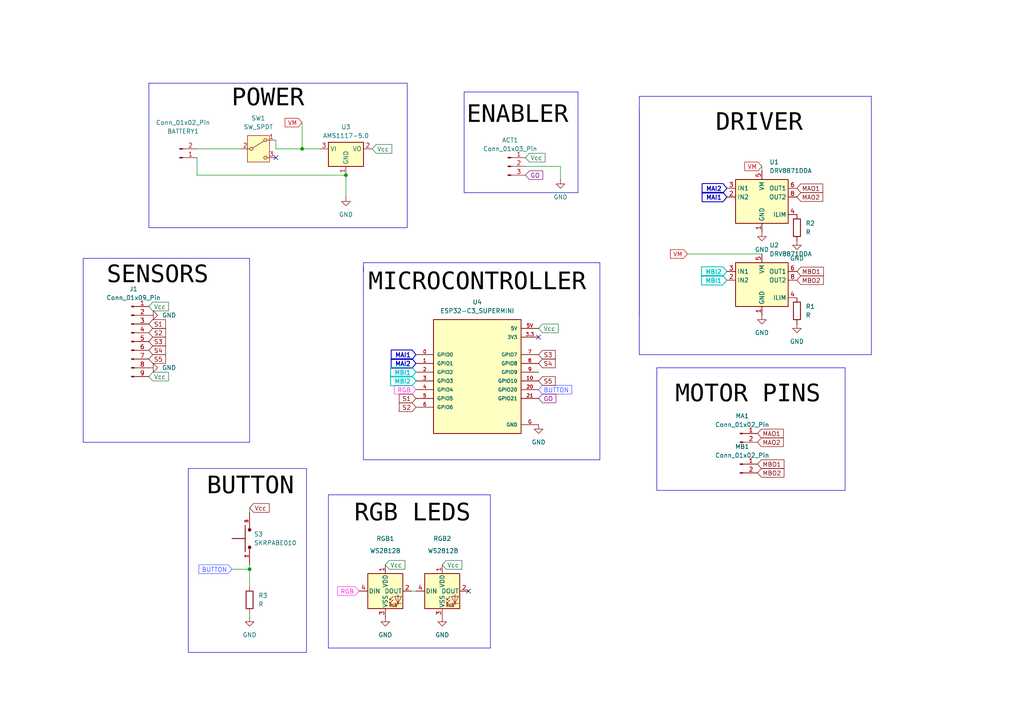
<source format=kicad_sch>
(kicad_sch (version 20231120) (generator "eeschema") (generator_version "8.0")
  (paper "A4")
  (title_block (title "KETSINI") (date "2024-04-25") (company "CLUB DE ROBOTICA DE ESIME AZCAPOTZALCO") (comment 1 "Board Microsumo"))
  (lib_symbols
    (symbol "Connector:Conn_01x02_Pin" (pin_names (offset 1.016) hide)
      (property "Reference" "J" (at 0 2.54 0))
      (property "Value" "Conn_01x02_Pin" (at 0 -5.08 0))
      (symbol "Conn_01x02_Pin_1_1"
        (polyline (pts (xy 1.27 -2.54) (xy 0.8636 -2.54)) (stroke (width 0.1524)))
        (polyline (pts (xy 1.27 0) (xy 0.8636 0)) (stroke (width 0.1524)))
        (rectangle (start 0.8636 -2.413) (end 0 -2.667) (stroke (width 0.1524)) (fill (type outline)))
        (rectangle (start 0.8636 0.127) (end 0 -0.127) (stroke (width 0.1524)) (fill (type outline)))
        (pin passive line (at 5.08 0 180) (length 3.81) (name "Pin_1") (number "1"))
        (pin passive line (at 5.08 -2.54 180) (length 3.81) (name "Pin_2") (number "2"))
      )
    )
    (symbol "Connector:Conn_01x03_Pin" (pin_names (offset 1.016) hide)
      (property "Reference" "J" (at 0 5.08 0))
      (property "Value" "Conn_01x03_Pin" (at 0 -5.08 0))
      (symbol "Conn_01x03_Pin_1_1"
        (polyline (pts (xy 1.27 -2.54) (xy 0.8636 -2.54)) (stroke (width 0.1524)))
        (polyline (pts (xy 1.27 0) (xy 0.8636 0)) (stroke (width 0.1524)))
        (polyline (pts (xy 1.27 2.54) (xy 0.8636 2.54)) (stroke (width 0.1524)))
        (rectangle (start 0.8636 -2.413) (end 0 -2.667) (stroke (width 0.1524)) (fill (type outline)))
        (rectangle (start 0.8636 0.127) (end 0 -0.127) (stroke (width 0.1524)) (fill (type outline)))
        (rectangle (start 0.8636 2.667) (end 0 2.413) (stroke (width 0.1524)) (fill (type outline)))
        (pin passive line (at 5.08 2.54 180) (length 3.81) (name "Pin_1") (number "1"))
        (pin passive line (at 5.08 0 180) (length 3.81) (name "Pin_2") (number "2"))
        (pin passive line (at 5.08 -2.54 180) (length 3.81) (name "Pin_3") (number "3"))
      )
    )
    (symbol "Connector:Conn_01x09_Pin" (pin_names (offset 1.016) hide)
      (property "Reference" "J" (at 0 12.7 0))
      (property "Value" "Conn_01x09_Pin" (at 0 -12.7 0))
      (symbol "Conn_01x09_Pin_1_1"
        (polyline (pts (xy 1.27 -10.16) (xy 0.8636 -10.16)) (stroke (width 0.1524)))
        (polyline (pts (xy 1.27 -7.62) (xy 0.8636 -7.62)) (stroke (width 0.1524)))
        (polyline (pts (xy 1.27 -5.08) (xy 0.8636 -5.08)) (stroke (width 0.1524)))
        (polyline (pts (xy 1.27 -2.54) (xy 0.8636 -2.54)) (stroke (width 0.1524)))
        (polyline (pts (xy 1.27 0) (xy 0.8636 0)) (stroke (width 0.1524)))
        (polyline (pts (xy 1.27 2.54) (xy 0.8636 2.54)) (stroke (width 0.1524)))
        (polyline (pts (xy 1.27 5.08) (xy 0.8636 5.08)) (stroke (width 0.1524)))
        (polyline (pts (xy 1.27 7.62) (xy 0.8636 7.62)) (stroke (width 0.1524)))
        (polyline (pts (xy 1.27 10.16) (xy 0.8636 10.16)) (stroke (width 0.1524)))
        (rectangle (start 0.8636 -10.033) (end 0 -10.287) (stroke (width 0.1524)) (fill (type outline)))
        (rectangle (start 0.8636 -7.493) (end 0 -7.747) (stroke (width 0.1524)) (fill (type outline)))
        (rectangle (start 0.8636 -4.953) (end 0 -5.207) (stroke (width 0.1524)) (fill (type outline)))
        (rectangle (start 0.8636 -2.413) (end 0 -2.667) (stroke (width 0.1524)) (fill (type outline)))
        (rectangle (start 0.8636 0.127) (end 0 -0.127) (stroke (width 0.1524)) (fill (type outline)))
        (rectangle (start 0.8636 2.667) (end 0 2.413) (stroke (width 0.1524)) (fill (type outline)))
        (rectangle (start 0.8636 5.207) (end 0 4.953) (stroke (width 0.1524)) (fill (type outline)))
        (rectangle (start 0.8636 7.747) (end 0 7.493) (stroke (width 0.1524)) (fill (type outline)))
        (rectangle (start 0.8636 10.287) (end 0 10.033) (stroke (width 0.1524)) (fill (type outline)))
        (pin passive line (at 5.08 10.16 180) (length 3.81) (name "Pin_1") (number "1"))
        (pin passive line (at 5.08 7.62 180) (length 3.81) (name "Pin_2") (number "2"))
        (pin passive line (at 5.08 5.08 180) (length 3.81) (name "Pin_3") (number "3"))
        (pin passive line (at 5.08 2.54 180) (length 3.81) (name "Pin_4") (number "4"))
        (pin passive line (at 5.08 0 180) (length 3.81) (name "Pin_5") (number "5"))
        (pin passive line (at 5.08 -2.54 180) (length 3.81) (name "Pin_6") (number "6"))
        (pin passive line (at 5.08 -5.08 180) (length 3.81) (name "Pin_7") (number "7"))
        (pin passive line (at 5.08 -7.62 180) (length 3.81) (name "Pin_8") (number "8"))
        (pin passive line (at 5.08 -10.16 180) (length 3.81) (name "Pin_9") (number "9"))
      )
    )
    (symbol "Device:R" (pin_numbers hide) (pin_names (offset 0))
      (property "Reference" "R" (at 2.032 0 90))
      (property "Value" "R" (at 0 0 90))
      (symbol "R_0_1"
        (rectangle (start -1.016 -2.54) (end 1.016 2.54) (stroke (width 0.254)))
      )
      (symbol "R_1_1"
        (pin passive line (at 0 3.81 270) (length 1.27) (name "~") (number "1"))
        (pin passive line (at 0 -3.81 90) (length 1.27) (name "~") (number "2"))
      )
    )
    (symbol "Driver_Motor:DRV8871DDA"
      (property "Reference" "U" (at -6.35 6.35 0))
      (property "Value" "DRV8871DDA" (at 8.89 6.35 0))
      (symbol "DRV8871DDA_0_1"
        (rectangle (start -7.62 5.08) (end 7.62 -7.62) (stroke (width 0.254)) (fill (type background)))
      )
      (symbol "DRV8871DDA_1_1"
        (pin power_in line (at 0 -10.16 90) (length 2.54) (name "GND") (number "1"))
        (pin input line (at -10.16 0 0) (length 2.54) (name "IN2") (number "2"))
        (pin input line (at -10.16 2.54 0) (length 2.54) (name "IN1") (number "3"))
        (pin passive line (at 10.16 -5.08 180) (length 2.54) (name "ILIM") (number "4"))
        (pin power_in line (at 0 7.62 270) (length 2.54) (name "VM") (number "5"))
        (pin output line (at 10.16 2.54 180) (length 2.54) (name "OUT1") (number "6"))
        (pin passive line (at 0 -10.16 90) (length 2.54) hide (name "GND") (number "7"))
        (pin output line (at 10.16 0 180) (length 2.54) (name "OUT2") (number "8"))
        (pin passive line (at 0 -10.16 90) (length 2.54) hide (name "GND") (number "9"))
      )
    )
    (symbol "ESP32-C3_SUPERMINI:ESP32-C3_SUPERMINI" (pin_names (offset 1.016))
      (property "Reference" "U" (at -12.7 16.002 0))
      (property "Value" "ESP32-C3_SUPERMINI" (at -12.7 -20.32 0))
      (symbol "ESP32-C3_SUPERMINI_0_0"
        (rectangle (start -12.7 -17.78) (end 12.7 15.24) (stroke (width 0.254)) (fill (type background)))
        (pin bidirectional line (at -17.78 5.08 0) (length 5.08) (name "GPIO0") (number "0"))
        (pin bidirectional line (at -17.78 2.54 0) (length 5.08) (name "GPIO1") (number "1"))
        (pin bidirectional line (at 17.78 -2.54 180) (length 5.08) (name "GPIO10") (number "10"))
        (pin bidirectional line (at -17.78 0 0) (length 5.08) (name "GPIO2") (number "2"))
        (pin bidirectional line (at 17.78 -5.08 180) (length 5.08) (name "GPIO20") (number "20"))
        (pin bidirectional line (at 17.78 -7.62 180) (length 5.08) (name "GPIO21") (number "21"))
        (pin bidirectional line (at -17.78 -2.54 0) (length 5.08) (name "GPIO3") (number "3"))
        (pin power_in line (at 17.78 10.16 180) (length 5.08) (name "3V3") (number "3.3"))
        (pin bidirectional line (at -17.78 -5.08 0) (length 5.08) (name "GPIO4") (number "4"))
        (pin bidirectional line (at -17.78 -7.62 0) (length 5.08) (name "GPIO5") (number "5"))
        (pin power_in line (at 17.78 12.7 180) (length 5.08) (name "5V") (number "5V"))
        (pin bidirectional line (at -17.78 -10.16 0) (length 5.08) (name "GPIO6") (number "6"))
        (pin bidirectional line (at 17.78 5.08 180) (length 5.08) (name "GPIO7") (number "7"))
        (pin bidirectional line (at 17.78 2.54 180) (length 5.08) (name "GPIO8") (number "8"))
        (pin bidirectional line (at 17.78 0 180) (length 5.08) (name "GPIO9") (number "9"))
        (pin power_in line (at 17.78 -15.24 180) (length 5.08) (name "GND") (number "G"))
      )
    )
    (symbol "LED:WS2812B" (pin_names (offset 0.254))
      (property "Reference" "D" (at 5.08 5.715 0))
      (property "Value" "WS2812B" (at 1.27 -5.715 0))
      (symbol "WS2812B_0_0"
        (text "RGB" (at 2.286 -4.191 0) (effects (font (size 0.762 0.762))))
      )
      (symbol "WS2812B_0_1"
        (polyline (pts (xy 1.27 -3.556) (xy 1.778 -3.556)))
        (polyline (pts (xy 1.27 -2.54) (xy 1.778 -2.54)))
        (polyline (pts (xy 4.699 -3.556) (xy 2.667 -3.556)))
        (polyline (pts (xy 2.286 -2.54) (xy 1.27 -3.556) (xy 1.27 -3.048)))
        (polyline (pts (xy 2.286 -1.524) (xy 1.27 -2.54) (xy 1.27 -2.032)))
        (polyline (pts (xy 3.683 -1.016) (xy 3.683 -3.556) (xy 3.683 -4.064)))
        (polyline (pts (xy 4.699 -1.524) (xy 2.667 -1.524) (xy 3.683 -3.556) (xy 4.699 -1.524)))
        (rectangle (start 5.08 5.08) (end -5.08 -5.08) (stroke (width 0.254)) (fill (type background)))
      )
      (symbol "WS2812B_1_1"
        (pin power_in line (at 0 7.62 270) (length 2.54) (name "VDD") (number "1"))
        (pin output line (at 7.62 0 180) (length 2.54) (name "DOUT") (number "2"))
        (pin power_in line (at 0 -7.62 90) (length 2.54) (name "VSS") (number "3"))
        (pin input line (at -7.62 0 0) (length 2.54) (name "DIN") (number "4"))
      )
    )
    (symbol "Regulator_Linear:AMS1117-5.0"
      (property "Reference" "U" (at -3.81 3.175 0))
      (property "Value" "AMS1117-5.0" (at 0 3.175 0))
      (symbol "AMS1117-5.0_0_1"
        (rectangle (start -5.08 -5.08) (end 5.08 1.905) (stroke (width 0.254)) (fill (type background)))
      )
      (symbol "AMS1117-5.0_1_1"
        (pin power_in line (at 0 -7.62 90) (length 2.54) (name "GND") (number "1"))
        (pin power_out line (at 7.62 0 180) (length 2.54) (name "VO") (number "2"))
        (pin power_in line (at -7.62 0 0) (length 2.54) (name "VI") (number "3"))
      )
    )
    (symbol "SKRPABE010:SKRPABE010" (pin_names (offset 1.016))
      (property "Reference" "S" (at -5.08 6.35 0))
      (property "Value" "SKRPABE010" (at -5.08 -5.08 0))
      (symbol "SKRPABE010_0_0"
        (circle (center -2.54 0) (radius 0.254) (stroke (width 0.508)))
        (polyline (pts (xy -3.81 1.27) (xy 0 1.27)) (stroke (width 0.254)))
        (polyline (pts (xy 0 1.27) (xy 0 5.08)) (stroke (width 0.254)))
        (polyline (pts (xy 0 1.27) (xy 3.81 1.27)) (stroke (width 0.254)))
        (circle (center 2.54 0) (radius 0.254) (stroke (width 0.508)))
        (pin passive line (at -7.62 0 0) (length 5.08) (name "~") (number "1"))
        (pin passive line (at -7.62 0 0) (length 5.08) (name "~") (number "2"))
        (pin passive line (at 7.62 0 180) (length 5.08) (name "~") (number "3"))
        (pin passive line (at 7.62 0 180) (length 5.08) (name "~") (number "4"))
      )
    )
    (symbol "Switch:SW_SPDT" (pin_names (offset 0) hide)
      (property "Reference" "SW" (at 0 5.08 0))
      (property "Value" "SW_SPDT" (at 0 -5.08 0))
      (symbol "SW_SPDT_0_1"
        (circle (center -2.032 0) (radius 0.4572))
        (polyline (pts (xy -1.651 0.254) (xy 1.651 2.286)))
        (circle (center 2.032 -2.54) (radius 0.4572))
        (circle (center 2.032 2.54) (radius 0.4572))
      )
      (symbol "SW_SPDT_1_1"
        (rectangle (start -3.175 3.81) (end 3.175 -3.81) (fill (type background)))
        (pin passive line (at 5.08 2.54 180) (length 2.54) (name "A") (number "1"))
        (pin passive line (at -5.08 0 0) (length 2.54) (name "B") (number "2"))
        (pin passive line (at 5.08 -2.54 180) (length 2.54) (name "C") (number "3"))
      )
    )
    (symbol "power:GND" (power) (pin_numbers hide) (pin_names (offset 0) hide)
      (property "Value" "GND" (at 0 -3.81 0))
      (symbol "GND_0_1"
        (polyline (pts (xy 0 0) (xy 0 -1.27) (xy 1.27 -1.27) (xy 0 -2.54) (xy -1.27 -1.27) (xy 0 -1.27)))
      )
      (symbol "GND_1_1"
        (pin power_in line (at 0 0 270) (length 0) (name "~") (number "1"))
      )
    )
  )
  (junction (at 87.63 43.18))
  (junction (at 100.33 50.8))
  (junction (at 72.39 165.1))
  (no_connect (at 156.21 97.79))
  (no_connect (at 80.01 45.72))
  (no_connect (at 135.89 171.45))
  (wire (pts (xy 67.31 165.1) (xy 72.39 165.1)))
  (polyline (pts (xy 118.11 66.04) (xy 118.11 24.13)))
  (polyline (pts (xy 88.9 135.89) (xy 54.61 135.89)))
  (polyline (pts (xy 134.62 55.88) (xy 167.64 55.88)))
  (polyline (pts (xy 245.11 106.68) (xy 190.5 106.68)))
  (polyline (pts (xy 173.99 76.2) (xy 105.41 76.2)))
  (polyline (pts (xy 105.41 77.47) (xy 105.41 133.35)))
  (polyline (pts (xy 95.25 143.51) (xy 142.24 143.51)))
  (polyline (pts (xy 185.42 31.75) (xy 185.42 102.87)))
  (wire (pts (xy 87.63 43.18) (xy 92.71 43.18)))
  (polyline (pts (xy 95.25 187.96) (xy 142.24 187.96)))
  (wire (pts (xy 80.01 43.18) (xy 87.63 43.18)))
  (polyline (pts (xy 245.11 142.24) (xy 245.11 106.68)))
  (polyline (pts (xy 134.62 26.67) (xy 134.62 55.88)))
  (polyline (pts (xy 134.62 26.67) (xy 167.64 26.67)))
  (polyline (pts (xy 24.13 74.93) (xy 72.39 74.93)))
  (polyline (pts (xy 24.13 74.93) (xy 24.13 128.27)))
  (polyline (pts (xy 190.5 142.24) (xy 245.11 142.24)))
  (wire (pts (xy 57.15 45.72) (xy 57.15 50.8)))
  (polyline (pts (xy 185.42 27.94) (xy 185.42 91.44)))
  (wire (pts (xy 72.39 163.83) (xy 72.39 165.1)))
  (polyline (pts (xy 167.64 55.88) (xy 167.64 26.67)))
  (polyline (pts (xy 43.18 24.13) (xy 43.18 66.04)))
  (polyline (pts (xy 173.99 133.35) (xy 173.99 76.2)))
  (polyline (pts (xy 54.61 137.16) (xy 54.61 189.23)))
  (polyline (pts (xy 54.61 135.89) (xy 54.61 137.16)))
  (polyline (pts (xy 185.42 102.87) (xy 252.73 102.87)))
  (wire (pts (xy 57.15 50.8) (xy 100.33 50.8)))
  (polyline (pts (xy 43.18 66.04) (xy 49.53 66.04)))
  (polyline (pts (xy 190.5 106.68) (xy 190.5 113.03)))
  (wire (pts (xy 100.33 50.8) (xy 100.33 57.15)))
  (polyline (pts (xy 252.73 102.87) (xy 252.73 27.94)))
  (polyline (pts (xy 252.73 27.94) (xy 185.42 27.94)))
  (polyline (pts (xy 105.41 76.2) (xy 105.41 78.74)))
  (wire (pts (xy 119.38 171.45) (xy 120.65 171.45)))
  (polyline (pts (xy 54.61 189.23) (xy 88.9 189.23)))
  (wire (pts (xy 87.63 35.56) (xy 87.63 43.18)))
  (polyline (pts (xy 142.24 187.96) (xy 142.24 143.51)))
  (polyline (pts (xy 105.41 133.35) (xy 173.99 133.35)))
  (polyline (pts (xy 88.9 189.23) (xy 88.9 135.89)))
  (wire (pts (xy 57.15 43.18) (xy 69.85 43.18)))
  (wire (pts (xy 199.39 73.66) (xy 220.98 73.66)))
  (polyline (pts (xy 72.39 128.27) (xy 24.13 128.27)))
  (wire (pts (xy 72.39 165.1) (xy 72.39 170.18)))
  (wire (pts (xy 72.39 147.32) (xy 72.39 148.59)))
  (wire (pts (xy 72.39 177.8) (xy 72.39 179.07)))
  (polyline (pts (xy 49.53 66.04) (xy 118.11 66.04)))
  (polyline (pts (xy 95.25 143.51) (xy 95.25 187.96)))
  (polyline (pts (xy 72.39 74.93) (xy 72.39 128.27)))
  (wire (pts (xy 152.4 48.26) (xy 162.56 48.26)))
  (wire (pts (xy 80.01 43.18) (xy 80.01 40.64)))
  (polyline (pts (xy 118.11 24.13) (xy 43.18 24.13)))
  (polyline (pts (xy 190.5 113.03) (xy 190.5 142.24)))
  (wire (pts (xy 220.98 48.26) (xy 220.98 49.53)))
  (wire (pts (xy 162.56 48.26) (xy 162.56 52.07)))
  (text "DRIVER" (at 220.218 37.084 0) (effects (font (size 5 5))))
  (text "BUTTON" (at 72.644 142.494 0) (effects (font (size 5 5))))
  (text "RGB LEDS" (at 119.634 150.368 0) (effects (font (size 5 5))))
  (text "MOTOR PINS" (at 216.916 115.824 0) (effects (font (size 5 5))))
  (text "SENSORS" (at 45.72 81.28 0) (effects (font (size 5 5))))
  (text "POWER\n" (at 77.724 29.972 0) (effects (font (size 5 5))))
  (text "MICROCONTROLLER" (at 138.43 83.312 0) (effects (font (size 5 5))))
  (text "ENABLER" (at 150.114 34.798 0) (effects (font (size 5 5))))
  (global_label "MBO1" (shape input) (at 231.14 78.74 0) (property "Intersheetrefs" "${INTERSHEET_REFS}" (effects (hide yes))))
  (global_label "S5" (shape input) (at 156.21 110.49 0) (property "Intersheetrefs" "${INTERSHEET_REFS}" (effects (hide yes))))
  (global_label "Vcc" (shape input) (at 43.18 109.22 0) (property "Intersheetrefs" "${INTERSHEET_REFS}" (effects (hide yes))))
  (global_label "Vcc" (shape input) (at 72.39 147.32 0) (property "Intersheetrefs" "${INTERSHEET_REFS}" (effects (hide yes))))
  (global_label "S4" (shape input) (at 156.21 105.41 0) (property "Intersheetrefs" "${INTERSHEET_REFS}" (effects (hide yes))))
  (global_label "Vcc" (shape input) (at 128.27 163.83 0) (property "Intersheetrefs" "${INTERSHEET_REFS}" (effects (hide yes))))
  (global_label "Vcc" (shape input) (at 111.76 163.83 0) (property "Intersheetrefs" "${INTERSHEET_REFS}" (effects (hide yes))))
  (global_label "MBI1" (shape input) (at 210.82 81.28 180) (effects (font (thickness 0.254) (bold yes))) (property "Intersheetrefs" "${INTERSHEET_REFS}" (effects (hide yes))))
  (global_label "MAI2" (shape input) (at 210.82 54.61 180) (effects (font (thickness 0.254) (bold yes))) (property "Intersheetrefs" "${INTERSHEET_REFS}" (effects (hide yes))))
  (global_label "S3" (shape input) (at 156.21 102.87 0) (property "Intersheetrefs" "${INTERSHEET_REFS}" (effects (hide yes))))
  (global_label "Vcc" (shape input) (at 156.21 95.25 0) (property "Intersheetrefs" "${INTERSHEET_REFS}" (effects (hide yes))))
  (global_label "VM" (shape input) (at 220.98 48.26 180) (property "Intersheetrefs" "${INTERSHEET_REFS}" (effects (hide yes))))
  (global_label "BUTTON" (shape input) (at 67.31 165.1 180) (property "Intersheetrefs" "${INTERSHEET_REFS}" (effects (hide yes))))
  (global_label "S3" (shape input) (at 43.18 99.06 0) (property "Intersheetrefs" "${INTERSHEET_REFS}" (effects (hide yes))))
  (global_label "RGB" (shape input) (at 120.65 113.03 180) (property "Intersheetrefs" "${INTERSHEET_REFS}" (effects (hide yes))))
  (global_label "S2" (shape input) (at 43.18 96.52 0) (property "Intersheetrefs" "${INTERSHEET_REFS}" (effects (hide yes))))
  (global_label "MAI2" (shape input) (at 120.65 105.41 180) (effects (font (thickness 0.254) (bold yes))) (property "Intersheetrefs" "${INTERSHEET_REFS}" (effects (hide yes))))
  (global_label "MBI2" (shape input) (at 210.82 78.74 180) (effects (font (thickness 0.254) (bold yes))) (property "Intersheetrefs" "${INTERSHEET_REFS}" (effects (hide yes))))
  (global_label "GO" (shape input) (at 156.21 115.57 0) (property "Intersheetrefs" "${INTERSHEET_REFS}" (effects (hide yes))))
  (global_label "MBI1" (shape input) (at 120.65 107.95 180) (effects (font (thickness 0.254) (bold yes))) (property "Intersheetrefs" "${INTERSHEET_REFS}" (effects (hide yes))))
  (global_label "MBO2" (shape input) (at 219.71 137.16 0) (property "Intersheetrefs" "${INTERSHEET_REFS}" (effects (hide yes))))
  (global_label "S1" (shape input) (at 120.65 115.57 180) (property "Intersheetrefs" "${INTERSHEET_REFS}" (effects (hide yes))))
  (global_label "BUTTON" (shape input) (at 156.21 113.03 0) (property "Intersheetrefs" "${INTERSHEET_REFS}" (effects (hide yes))))
  (global_label "MBO2" (shape input) (at 231.14 81.28 0) (property "Intersheetrefs" "${INTERSHEET_REFS}" (effects (hide yes))))
  (global_label "VM" (shape input) (at 199.39 73.66 180) (property "Intersheetrefs" "${INTERSHEET_REFS}" (effects (hide yes))))
  (global_label "MAI1" (shape input) (at 120.65 102.87 180) (effects (font (thickness 0.254) (bold yes))) (property "Intersheetrefs" "${INTERSHEET_REFS}" (effects (hide yes))))
  (global_label "Vcc" (shape input) (at 43.18 88.9 0) (property "Intersheetrefs" "${INTERSHEET_REFS}" (effects (hide yes))))
  (global_label "S5" (shape input) (at 43.18 104.14 0) (property "Intersheetrefs" "${INTERSHEET_REFS}" (effects (hide yes))))
  (global_label "MBO1" (shape input) (at 219.71 134.62 0) (property "Intersheetrefs" "${INTERSHEET_REFS}" (effects (hide yes))))
  (global_label "MAO2" (shape input) (at 219.71 128.27 0) (property "Intersheetrefs" "${INTERSHEET_REFS}" (effects (hide yes))))
  (global_label "RGB" (shape input) (at 104.14 171.45 180) (property "Intersheetrefs" "${INTERSHEET_REFS}" (effects (hide yes))))
  (global_label "MAO2" (shape input) (at 231.14 57.15 0) (property "Intersheetrefs" "${INTERSHEET_REFS}" (effects (hide yes))))
  (global_label "MAI1" (shape input) (at 210.82 57.15 180) (effects (font (thickness 0.254) (bold yes))) (property "Intersheetrefs" "${INTERSHEET_REFS}" (effects (hide yes))))
  (global_label "Vcc" (shape input) (at 107.95 43.18 0) (property "Intersheetrefs" "${INTERSHEET_REFS}" (effects (hide yes))))
  (global_label "S2" (shape input) (at 120.65 118.11 180) (property "Intersheetrefs" "${INTERSHEET_REFS}" (effects (hide yes))))
  (global_label "GO" (shape input) (at 152.4 50.8 0) (property "Intersheetrefs" "${INTERSHEET_REFS}" (effects (hide yes))))
  (global_label "MAO1" (shape input) (at 219.71 125.73 0) (property "Intersheetrefs" "${INTERSHEET_REFS}" (effects (hide yes))))
  (global_label "S1" (shape input) (at 43.18 93.98 0) (property "Intersheetrefs" "${INTERSHEET_REFS}" (effects (hide yes))))
  (global_label "VM" (shape input) (at 87.63 35.56 180) (property "Intersheetrefs" "${INTERSHEET_REFS}" (effects (hide yes))))
  (global_label "Vcc" (shape input) (at 152.4 45.72 0) (property "Intersheetrefs" "${INTERSHEET_REFS}" (effects (hide yes))))
  (global_label "MAO1" (shape input) (at 231.14 54.61 0) (property "Intersheetrefs" "${INTERSHEET_REFS}" (effects (hide yes))))
  (global_label "S4" (shape input) (at 43.18 101.6 0) (property "Intersheetrefs" "${INTERSHEET_REFS}" (effects (hide yes))))
  (global_label "MBI2" (shape input) (at 120.65 110.49 180) (effects (font (thickness 0.254) (bold yes))) (property "Intersheetrefs" "${INTERSHEET_REFS}" (effects (hide yes))))
  (symbol (lib_id "power:GND") (at 220.98 67.31 0) (unit 1)
    (property "Reference" "#PWR05" (effects (hide yes)))
    (property "Value" "GND" (at 220.98 72.39 0))
    (property "Description" "Power symbol creates a global label with name \"GND\" , ground" (effects (hide yes)))
  )
  (symbol (lib_id "Regulator_Linear:AMS1117-5.0") (at 100.33 43.18 0) (unit 1)
    (property "Reference" "U3" (at 100.33 36.83 0))
    (property "Value" "AMS1117-5.0" (at 100.33 39.37 0))
    (property "Footprint" "Package_TO_SOT_SMD:SOT-223-3_TabPin2" (effects (hide yes)))
    (property "Datasheet" "http://www.advanced-monolithic.com/pdf/ds1117.pdf" (effects (hide yes)))
    (property "Description" "1A Low Dropout regulator, positive, 5.0V fixed output, SOT-223" (effects (hide yes)))
  )
  (symbol (lib_id "power:GND") (at 100.33 57.15 0) (unit 1)
    (property "Reference" "#PWR01" (effects (hide yes)))
    (property "Value" "GND" (at 100.33 62.23 0))
    (property "Description" "Power symbol creates a global label with name \"GND\" , ground" (effects (hide yes)))
  )
  (symbol (lib_id "Device:R") (at 231.14 66.04 0) (unit 1)
    (property "Reference" "R2" (at 233.68 64.7699 0) (effects (justify left)))
    (property "Value" "R" (at 233.68 67.3099 0) (effects (justify left)))
    (property "Footprint" "Resistor_SMD:R_0805_2012Metric_Pad1.20x1.40mm_HandSolder" (effects (hide yes)))
    (property "Description" "Resistor" (effects (hide yes)))
  )
  (symbol (lib_id "LED:WS2812B") (at 128.27 171.45 0) (unit 1)
    (property "Reference" "RGB2" (at 128.27 156.21 0))
    (property "Value" "WS2812B" (at 128.524 159.766 0))
    (property "Footprint" "LED_SMD:LED_WS2812B_PLCC4_5.0x5.0mm_P3.2mm" (effects (hide yes)))
    (property "Datasheet" "https://cdn-shop.adafruit.com/datasheets/WS2812B.pdf" (effects (hide yes)))
    (property "Description" "RGB LED with integrated controller" (effects (hide yes)))
  )
  (symbol (lib_id "Switch:SW_SPDT") (at 74.93 43.18 0) (unit 1)
    (property "Reference" "SW1" (at 74.93 34.29 0))
    (property "Value" "SW_SPDT" (at 74.93 36.83 0))
    (property "Footprint" "Button_Switch_SMD:SW_SPDT_PCM12" (effects (hide yes)))
    (property "Description" "Switch, single pole double throw" (effects (hide yes)))
  )
  (symbol (lib_id "Connector:Conn_01x02_Pin") (at 214.63 134.62 0) (unit 1)
    (property "Reference" "MB1" (at 215.265 129.54 0))
    (property "Value" "Conn_01x02_Pin" (at 215.265 132.08 0))
    (property "Footprint" "Connector_PinHeader_2.54mm:PinHeader_1x02_P2.54mm_Vertical" (effects (hide yes)))
    (property "Description" "Generic connector, single row, 01x02, script generated" (effects (hide yes)))
  )
  (symbol (lib_id "SKRPABE010:SKRPABE010") (at 72.39 156.21 90) (unit 1)
    (property "Reference" "S3" (at 73.66 154.9399 90) (effects (justify right)))
    (property "Value" "SKRPABE010" (at 73.66 157.4799 90) (effects (justify right)))
    (property "Footprint" "ESP32_C3_SM:SW_SKRPABE010" (effects (hide yes)))
    (property "MF" "ALPS" (effects (hide yes)))
    (property "MAXIMUM_PACKAGE_HEIGHT" "2.5 mm" (effects (hide yes)))
    (property "Package" "None" (effects (hide yes)))
    (property "Price" "None" (effects (hide yes)))
    (property "Check_prices" "https://www.snapeda.com/parts/SKRPABE010/ALPS/view-part/?ref=eda" (effects (hide yes)))
    (property "STANDARD" "Manufacturer Recommendations" (effects (hide yes)))
    (property "SnapEDA_Link" "https://www.snapeda.com/parts/SKRPABE010/ALPS/view-part/?ref=snap" (effects (hide yes)))
    (property "MP" "SKRPABE010" (effects (hide yes)))
    (property "Purchase-URL" "https://www.snapeda.com/api/url_track_click_mouser/?unipart_id=652544&manufacturer=ALPS&part_name=SKRPABE010&search_term=skrpabe010" (effects (hide yes)))
    (property "Description_1" "\nSwitch Tactile N.O. SPST Button J-Bend 0.05A 16VDC 1.57N SMD Automotive T/R\n" (effects (hide yes)))
    (property "Availability" "In Stock" (effects (hide yes)))
    (property "MANUFACTURER" "Alps" (effects (hide yes)))
  )
  (symbol (lib_id "power:GND") (at 43.18 106.68 90) (unit 1)
    (property "Reference" "#PWR04" (effects (hide yes)))
    (property "Value" "GND" (at 46.99 106.6799 90) (effects (justify right)))
    (property "Description" "Power symbol creates a global label with name \"GND\" , ground" (effects (hide yes)))
  )
  (symbol (lib_id "power:GND") (at 162.56 52.07 0) (unit 1)
    (property "Reference" "#PWR07" (effects (hide yes)))
    (property "Value" "GND" (at 162.56 57.15 0))
    (property "Description" "Power symbol creates a global label with name \"GND\" , ground" (effects (hide yes)))
  )
  (symbol (lib_id "power:GND") (at 128.27 179.07 0) (unit 1)
    (property "Reference" "#PWR012" (effects (hide yes)))
    (property "Value" "GND" (at 128.27 184.15 0))
    (property "Description" "Power symbol creates a global label with name \"GND\" , ground" (effects (hide yes)))
  )
  (symbol (lib_id "Connector:Conn_01x09_Pin") (at 38.1 99.06 0) (unit 1)
    (property "Reference" "J1" (at 38.735 83.82 0))
    (property "Value" "Conn_01x09_Pin" (at 38.735 86.36 0))
    (property "Footprint" "Connector_PinSocket_2.54mm:PinSocket_1x09_P2.54mm_Vertical" (effects (hide yes)))
    (property "Description" "Generic connector, single row, 01x09, script generated" (effects (hide yes)))
  )
  (symbol (lib_id "power:GND") (at 220.98 91.44 0) (unit 1)
    (property "Reference" "#PWR06" (effects (hide yes)))
    (property "Value" "GND" (at 220.98 96.52 0))
    (property "Description" "Power symbol creates a global label with name \"GND\" , ground" (effects (hide yes)))
  )
  (symbol (lib_id "Device:R") (at 72.39 173.99 0) (unit 1)
    (property "Reference" "R3" (at 74.93 172.7199 0) (effects (justify left)))
    (property "Value" "R" (at 74.93 175.2599 0) (effects (justify left)))
    (property "Footprint" "Resistor_SMD:R_0805_2012Metric_Pad1.20x1.40mm_HandSolder" (effects (hide yes)))
    (property "Description" "Resistor" (effects (hide yes)))
  )
  (symbol (lib_id "power:GND") (at 43.18 91.44 90) (unit 1)
    (property "Reference" "#PWR013" (effects (hide yes)))
    (property "Value" "GND" (at 46.99 91.4399 90) (effects (justify right)))
    (property "Description" "Power symbol creates a global label with name \"GND\" , ground" (effects (hide yes)))
  )
  (symbol (lib_id "power:GND") (at 72.39 179.07 0) (unit 1)
    (property "Reference" "#PWR010" (effects (hide yes)))
    (property "Value" "GND" (at 72.39 184.15 0))
    (property "Description" "Power symbol creates a global label with name \"GND\" , ground" (effects (hide yes)))
  )
  (symbol (lib_id "ESP32-C3_SUPERMINI:ESP32-C3_SUPERMINI") (at 138.43 107.95 0) (unit 1)
    (property "Reference" "U4" (at 138.43 87.63 0))
    (property "Value" "ESP32-C3_SUPERMINI" (at 138.43 90.17 0))
    (property "Footprint" "ESP32_C3_SM:MODULE_ESP32-C3_SUPERMINI" (effects (hide yes)))
    (property "MF" "Espressif Systems" (effects (hide yes)))
    (property "MAXIMUM_PACKAGE_HEIGHT" "4.2mm" (effects (hide yes)))
    (property "Package" "Package" (effects (hide yes)))
    (property "Price" "None" (effects (hide yes)))
    (property "Check_prices" "https://www.snapeda.com/parts/ESP32-C3%20SuperMini/Espressif+Systems/view-part/?ref=eda" (effects (hide yes)))
    (property "STANDARD" "Manufacturer Recommendations" (effects (hide yes)))
    (property "SnapEDA_Link" "https://www.snapeda.com/parts/ESP32-C3%20SuperMini/Espressif+Systems/view-part/?ref=snap" (effects (hide yes)))
    (property "MP" "ESP32-C3 SuperMini" (effects (hide yes)))
    (property "Description_1" "\nSuper tiny ESP32-C3 board\n" (effects (hide yes)))
    (property "Availability" "Not in stock" (effects (hide yes)))
    (property "MANUFACTURER" "Espressif" (effects (hide yes)))
  )
  (symbol (lib_id "Device:R") (at 231.14 90.17 0) (unit 1)
    (property "Reference" "R1" (at 233.68 88.8999 0) (effects (justify left)))
    (property "Value" "R" (at 233.68 91.4399 0) (effects (justify left)))
    (property "Footprint" "Resistor_SMD:R_0805_2012Metric_Pad1.20x1.40mm_HandSolder" (effects (hide yes)))
    (property "Description" "Resistor" (effects (hide yes)))
  )
  (symbol (lib_id "Driver_Motor:DRV8871DDA") (at 220.98 81.28 0) (unit 1)
    (property "Reference" "U2" (at 223.1741 71.12 0) (effects (justify left)))
    (property "Value" "DRV8871DDA" (at 223.1741 73.66 0) (effects (justify left)))
    (property "Footprint" "Package_SO:Texas_HTSOP-8-1EP_3.9x4.9mm_P1.27mm_EP2.95x4.9mm_Mask2.4x3.1mm_ThermalVias" (effects (hide yes)))
    (property "Datasheet" "http://www.ti.com/lit/ds/symlink/drv8871.pdf" (effects (hide yes)))
    (property "Description" "Brushed DC Motor Driver, PWM Control, 45V, 3.6A, Current limiting, HTSOP-8" (effects (hide yes)))
  )
  (symbol (lib_id "power:GND") (at 231.14 93.98 0) (unit 1)
    (property "Reference" "#PWR09" (effects (hide yes)))
    (property "Value" "GND" (at 231.14 99.06 0))
    (property "Description" "Power symbol creates a global label with name \"GND\" , ground" (effects (hide yes)))
  )
  (symbol (lib_id "power:GND") (at 231.14 69.85 0) (unit 1)
    (property "Reference" "#PWR08" (effects (hide yes)))
    (property "Value" "GND" (at 231.14 74.93 0))
    (property "Description" "Power symbol creates a global label with name \"GND\" , ground" (effects (hide yes)))
  )
  (symbol (lib_id "Connector:Conn_01x03_Pin") (at 147.32 48.26 0) (unit 1)
    (property "Reference" "ACT1" (at 147.955 40.64 0))
    (property "Value" "Conn_01x03_Pin" (at 147.955 43.18 0))
    (property "Footprint" "Connector_PinHeader_2.54mm:PinHeader_1x03_P2.54mm_Vertical" (effects (hide yes)))
    (property "Description" "Generic connector, single row, 01x03, script generated" (effects (hide yes)))
  )
  (symbol (lib_id "power:GND") (at 156.21 123.19 0) (unit 1)
    (property "Reference" "#PWR02" (effects (hide yes)))
    (property "Value" "GND" (at 156.21 128.27 0))
    (property "Description" "Power symbol creates a global label with name \"GND\" , ground" (effects (hide yes)))
  )
  (symbol (lib_id "power:GND") (at 111.76 179.07 0) (unit 1)
    (property "Reference" "#PWR011" (effects (hide yes)))
    (property "Value" "GND" (at 111.76 184.15 0))
    (property "Description" "Power symbol creates a global label with name \"GND\" , ground" (effects (hide yes)))
  )
  (symbol (lib_id "Driver_Motor:DRV8871DDA") (at 220.98 57.15 0) (unit 1)
    (property "Reference" "U1" (at 223.1741 46.99 0) (effects (justify left)))
    (property "Value" "DRV8871DDA" (at 223.1741 49.53 0) (effects (justify left)))
    (property "Footprint" "Package_SO:Texas_HTSOP-8-1EP_3.9x4.9mm_P1.27mm_EP2.95x4.9mm_Mask2.4x3.1mm_ThermalVias" (effects (hide yes)))
    (property "Datasheet" "http://www.ti.com/lit/ds/symlink/drv8871.pdf" (effects (hide yes)))
    (property "Description" "Brushed DC Motor Driver, PWM Control, 45V, 3.6A, Current limiting, HTSOP-8" (effects (hide yes)))
  )
  (symbol (lib_id "LED:WS2812B") (at 111.76 171.45 0) (unit 1)
    (property "Reference" "RGB1" (at 111.76 156.21 0))
    (property "Value" "WS2812B" (at 111.76 159.766 0))
    (property "Footprint" "LED_SMD:LED_WS2812B_PLCC4_5.0x5.0mm_P3.2mm" (effects (hide yes)))
    (property "Datasheet" "https://cdn-shop.adafruit.com/datasheets/WS2812B.pdf" (effects (hide yes)))
    (property "Description" "RGB LED with integrated controller" (effects (hide yes)))
  )
  (symbol (lib_id "Connector:Conn_01x02_Pin") (at 214.63 125.73 0) (unit 1)
    (property "Reference" "MA1" (at 215.265 120.65 0))
    (property "Value" "Conn_01x02_Pin" (at 215.265 123.19 0))
    (property "Footprint" "Connector_PinHeader_2.54mm:PinHeader_1x02_P2.54mm_Vertical" (effects (hide yes)))
    (property "Description" "Generic connector, single row, 01x02, script generated" (effects (hide yes)))
  )
  (symbol (lib_id "Connector:Conn_01x02_Pin") (at 52.07 45.72 0) (mirror x) (unit 1)
    (property "Reference" "BATTERY1" (at 53.086 38.1 0))
    (property "Value" "Conn_01x02_Pin" (at 53.086 35.56 0))
    (property "Footprint" "Connector_JST:JST_EH_S2B-EH_1x02_P2.50mm_Horizontal" (effects (hide yes)))
    (property "Description" "Generic connector, single row, 01x02, script generated" (effects (hide yes)))
  )
)
</source>
